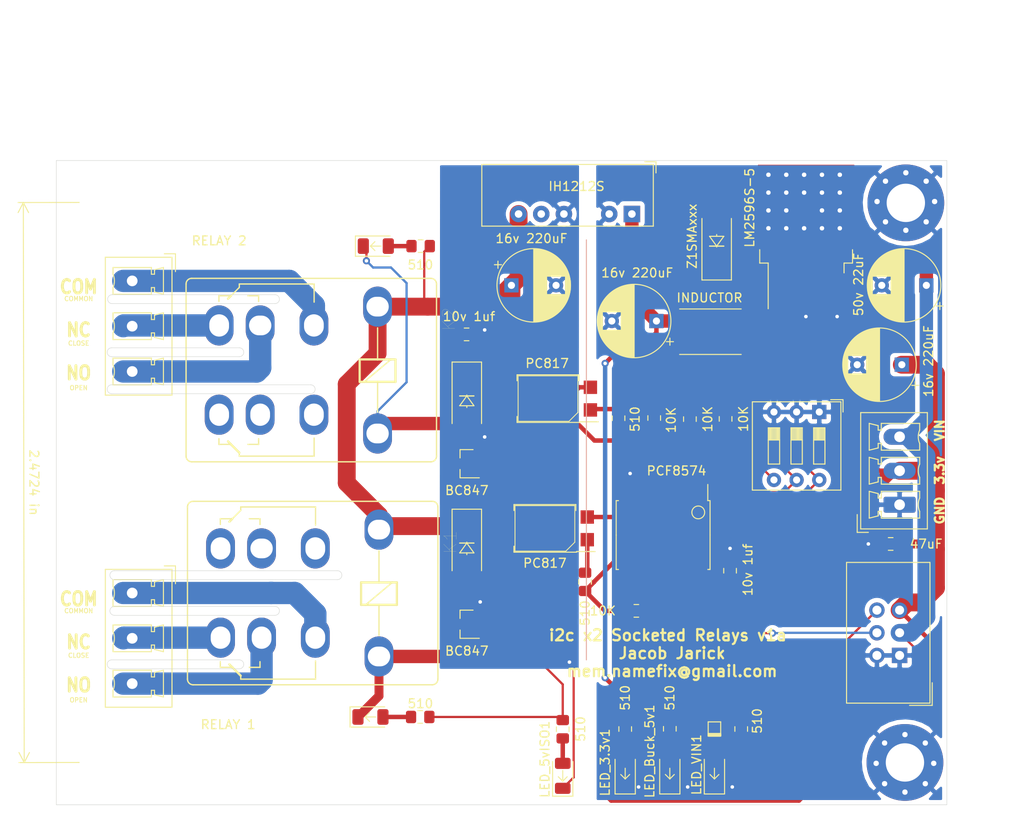
<source format=kicad_pcb>
(kicad_pcb (version 20171130) (host pcbnew "(5.1.4)-1")
  (layers (0 F.Cu signal) (31 B.Cu signal) (34 B.Paste user) (35 F.Paste user) (36 B.SilkS user) (37 F.SilkS user) (38 B.Mask user) (39 F.Mask user) (44 Edge.Cuts user))
  (net 0 "")
  (net 1 GND)
  (net 2 +VDC)
  (net 3 +5V)
  (net 4 +3V3)
  (net 5 GNDA)
  (net 6 +5VA)
  (net 7 "Net-(D1-Pad2)")
  (net 8 "Net-(D1-Pad1)")
  (net 9 "Net-(D2-Pad2)")
  (net 10 "Net-(D2-Pad1)")
  (net 11 "Net-(D5-Pad2)")
  (net 12 "Net-(D5-Pad1)")
  (net 13 "Net-(D6-Pad1)")
  (net 14 sda)
  (net 15 scl)
  (net 16 "Net-(LED_3.3v1-Pad2)")
  (net 17 "Net-(LED_5vISO1-Pad2)")
  (net 18 "Net-(LED_Buck_5v1-Pad2)")
  (net 19 "Net-(Q1-Pad1)")
  (net 20 "Net-(Q2-Pad1)")
  (net 21 "Net-(R1-Pad1)")
  (net 22 "Net-(R2-Pad1)")
  (net 23 "Net-(R9-Pad2)")
  (net 24 "Net-(R10-Pad2)")
  (net 25 "Net-(R11-Pad2)")
  (net 26 "Net-(R12-Pad1)")
  (net 27 p0)
  (net 28 p1)
  (net 29 "Net-(PS1-Pad5)")
  (net 30 "Net-(U4-Pad6)")
  (net 31 "Net-(U4-Pad7)")
  (net 32 "Net-(U4-Pad9)")
  (net 33 "Net-(U4-Pad10)")
  (net 34 "Net-(U4-Pad11)")
  (net 35 "Net-(U4-Pad12)")
  (net 36 com1)
  (net 37 NC1)
  (net 38 NO1)
  (net 39 NC2)
  (net 40 COM2)
  (net 41 NO2)
  (module MountingHole:MountingHole_4.3mm_M4 (layer F.Cu) (at 20 65.5)
    (fp_text reference H7 hide)
    (fp_text value MountingHole)
    (pad 1 np_thru_hole circle (at 0 0) (size 4.3 4.3) (drill 4.3) (layers *.Cu *.Mask))
  )
  (module MountingHole:MountingHole_4.3mm_M4 (layer F.Cu) (at 20 2.75)
    (fp_text reference H6 hide)
    (fp_text value MountingHole)
    (pad 1 np_thru_hole circle (at 0 0) (size 4.3 4.3) (drill 4.3) (layers *.Cu *.Mask))
  )
  (module MountingHole:MountingHole_4.3mm_M4 (layer F.Cu) (at -3.25 34)
    (fp_text reference H5 hide)
    (fp_text value MountingHole)
    (pad 1 np_thru_hole circle (at 0 0) (size 4.3 4.3) (drill 4.3) (layers *.Cu *.Mask))
  )
  (module MountingHole:MountingHole_4.3mm_M4 (layer F.Cu) (at -3.25 2.75)
    (fp_text reference H4 hide)
    (fp_text value MountingHole)
    (pad 1 np_thru_hole circle (at 0 0) (size 4.3 4.3) (drill 4.3) (layers *.Cu *.Mask))
  )
  (module MountingHole:MountingHole_4.3mm_M4_Pad_Via (layer F.Cu) (at 87.1 65.6)
    (fp_text reference H3 hide)
    (fp_text value MountingHole_Pad)
    (pad 1 thru_hole circle (at 2.280419 -2.280419) (size 0.9 0.9) (drill 0.6) (layers *.Cu *.Mask) (net 1 GND))
    (pad 1 thru_hole circle (at 0 -3.225) (size 0.9 0.9) (drill 0.6) (layers *.Cu *.Mask) (net 1 GND))
    (pad 1 thru_hole circle (at -2.280419 -2.280419) (size 0.9 0.9) (drill 0.6) (layers *.Cu *.Mask) (net 1 GND))
    (pad 1 thru_hole circle (at -3.225 0) (size 0.9 0.9) (drill 0.6) (layers *.Cu *.Mask) (net 1 GND))
    (pad 1 thru_hole circle (at -2.280419 2.280419) (size 0.9 0.9) (drill 0.6) (layers *.Cu *.Mask) (net 1 GND))
    (pad 1 thru_hole circle (at 0 3.225) (size 0.9 0.9) (drill 0.6) (layers *.Cu *.Mask) (net 1 GND))
    (pad 1 thru_hole circle (at 2.280419 2.280419) (size 0.9 0.9) (drill 0.6) (layers *.Cu *.Mask) (net 1 GND))
    (pad 1 thru_hole circle (at 3.225 0) (size 0.9 0.9) (drill 0.6) (layers *.Cu *.Mask) (net 1 GND))
    (pad 1 thru_hole circle (at 0 -0.1) (size 8.6 8.6) (drill 4.3) (layers *.Cu *.Mask) (net 1 GND))
  )
  (module MountingHole:MountingHole_4.3mm_M4 (layer F.Cu) (at -3.25 65.5)
    (fp_text reference H2 hide)
    (fp_text value MountingHole)
    (pad "" np_thru_hole circle (at 0 0) (size 4.3 4.3) (drill 4.3) (layers *.Cu *.Mask))
  )
  (module Capacitor_THT:CP_Radial_D8.0mm_P5.00mm (layer F.Cu) (at 86.75 20.9 180)
    (fp_text reference C6 hide)
    (fp_text value "16v 220uF" (at -3 0.4 90) (layer F.SilkS))
    (pad 2 thru_hole circle (at 5 0 180) (size 1.6 1.6) (drill 0.8) (layers *.Cu *.Mask) (net 1 GND))
    (pad 1 thru_hole rect (at 0 0 180) (size 1.6 1.6) (drill 0.8) (layers *.Cu *.Mask) (net 4 +3V3))
  )
  (module LY20:LY20 (layer F.Cu) (at 28.1572 46.5038 270)
    (fp_text reference K1 (at -5.715 -8.001 270) (layer F.SilkS) (effects (font (size 1.4 1.4) (thickness 0.015))))
    (fp_text value LY20)
    (pad O2 thru_hole oval (at 5.0038 17.7546 270) (size 4.5 3.2258) (drill oval 2.5 2.2098) (layers *.Cu *.Mask) (net 37 NC1))
    (pad O1 thru_hole oval (at -5.0038 17.7546 270) (size 4.5 3.2258) (drill oval 2.5 2.2098) (layers *.Cu *.Mask))
    (pad S2 thru_hole oval (at 5.0038 13.1572 270) (size 4.5 3.2258) (drill oval 2.5 2.2098) (layers *.Cu *.Mask) (net 38 NO1))
    (pad S1 thru_hole oval (at -5.0038 13.1572 270) (size 4.5 3.2258) (drill oval 2.2098 2.5) (layers *.Cu *.Mask))
    (pad P2 thru_hole oval (at 5.0038 7.1374 270) (size 4.5 3.2258) (drill oval 2.5 2.2098) (layers *.Cu *.Mask) (net 36 com1))
    (pad P1 thru_hole oval (at -5.0038 7.1374 270) (size 4.5 3.2258) (drill oval 2.5 2.2098) (layers *.Cu *.Mask))
    (pad 2 thru_hole oval (at 7.112 0 270) (size 4.5 3.2258) (drill oval 2.2098 2.5) (layers *.Cu *.Mask) (net 8 "Net-(D1-Pad1)"))
    (pad 1 thru_hole oval (at -7.112 0 270) (size 4.5 3.2258) (drill oval 2.2098 2.5) (layers *.Cu *.Mask) (net 6 +5VA))
  )
  (module Connector_Phoenix_MC:PhoenixContact_MCV_1,5_3-G-3.81_1x03_P3.81mm_Vertical (layer F.Cu) (at 86.5 36.6 90)
    (fp_text reference J4 hide)
    (fp_text value Screw_Terminal_01x03)
    (pad 3 thru_hole oval (at 7.62 0 90) (size 1.8 3.6) (drill 1.2) (layers *.Cu *.Mask) (net 2 +VDC))
    (pad 2 thru_hole oval (at 3.81 0 90) (size 1.8 3.6) (drill 1.2) (layers *.Cu *.Mask) (net 4 +3V3))
    (pad 1 thru_hole roundrect (at 0 0 90) (size 1.8 3.6) (drill 1.2) (layers *.Cu *.Mask) (roundrect_rratio 0.138889) (net 1 GND))
  )
  (module Connector_Phoenix_MC_HighVoltage:PhoenixContact_MCV_1,5_3-G-5.08_1x03_P5.08mm_Vertical (layer F.Cu) (at 0.5 11.5 270)
    (fp_text reference J3 hide)
    (fp_text value Screw_Terminal_01x03)
    (pad 3 thru_hole oval (at 10.16 0 270) (size 1.8 3.6) (drill 1.2) (layers *.Cu *.Mask) (net 41 NO2))
    (pad 2 thru_hole oval (at 5.08 0 270) (size 1.8 3.6) (drill 1.2) (layers *.Cu *.Mask) (net 39 NC2))
    (pad 1 thru_hole roundrect (at 0 0 270) (size 1.8 3.6) (drill 1.2) (layers *.Cu *.Mask) (roundrect_rratio 0.138889) (net 40 COM2))
  )
  (module Connector_Phoenix_MC_HighVoltage:PhoenixContact_MCV_1,5_3-G-5.08_1x03_P5.08mm_Vertical (layer F.Cu) (at 0.5 46.5 270)
    (fp_text reference J2 hide)
    (fp_text value Screw_Terminal_01x03)
    (pad 3 thru_hole oval (at 10.16 0 270) (size 1.8 3.6) (drill 1.2) (layers *.Cu *.Mask) (net 38 NO1))
    (pad 2 thru_hole oval (at 5.08 0 270) (size 1.8 3.6) (drill 1.2) (layers *.Cu *.Mask) (net 37 NC1))
    (pad 1 thru_hole roundrect (at 0 0 270) (size 1.8 3.6) (drill 1.2) (layers *.Cu *.Mask) (roundrect_rratio 0.138889) (net 36 com1))
  )
  (module mylibs:PC817 (layer F.Cu) (at 47.1 24.7 180)
    (fp_text reference U2 hide)
    (fp_text value PC817 (at 0.1 3.95 180) (layer F.SilkS))
    (pad 4 smd rect (at 4.75 -1.27 180) (size 1.5 1.5) (layers F.Cu F.Paste F.Mask) (net 6 +5VA))
    (pad 3 smd rect (at 4.75 1.27 180) (size 1.5 1.5) (layers F.Cu F.Paste F.Mask) (net 20 "Net-(Q2-Pad1)"))
    (pad 2 smd rect (at -4.75 1.27 180) (size 1.5 1.5) (layers F.Cu F.Paste F.Mask) (net 28 p1))
    (pad 1 smd rect (at -4.75 -1.27 180) (size 1.5 1.5) (layers F.Cu F.Paste F.Mask) (net 22 "Net-(R2-Pad1)"))
  )
  (module mylibs:PC817 (layer F.Cu) (at 46.75 39.25 180)
    (fp_text reference U1 hide)
    (fp_text value PC817 (at 0 -3.9 180) (layer F.SilkS))
    (pad 4 smd rect (at 4.75 -1.27 180) (size 1.5 1.5) (layers F.Cu F.Paste F.Mask) (net 6 +5VA))
    (pad 3 smd rect (at 4.75 1.27 180) (size 1.5 1.5) (layers F.Cu F.Paste F.Mask) (net 19 "Net-(Q1-Pad1)"))
    (pad 2 smd rect (at -4.75 1.27 180) (size 1.5 1.5) (layers F.Cu F.Paste F.Mask) (net 27 p0))
    (pad 1 smd rect (at -4.75 -1.27 180) (size 1.5 1.5) (layers F.Cu F.Paste F.Mask) (net 21 "Net-(R1-Pad1)"))
  )
  (module mylibs:LED_1206_3216Metric-witharrow (layer F.Cu) (at 65.75 66.75 90)
    (fp_text reference LED_VIN1 (at 1 -2 90) (layer F.SilkS))
    (fp_text value RED hide)
    (pad 1 smd roundrect (at -1.4 0 90) (size 1.25 1.75) (layers F.Cu F.Paste F.Mask) (roundrect_rratio 0.2) (net 1 GND))
    (pad 2 smd roundrect (at 1.4 0 90) (size 1.25 1.75) (layers F.Cu F.Paste F.Mask) (roundrect_rratio 0.2) (net 11 "Net-(D5-Pad2)"))
  )
  (module mylibs:LED_1206_3216Metric-witharrow (layer F.Cu) (at 48.75 67 90)
    (fp_text reference LED_5vISO1 (at 1.85 -2 90) (layer F.SilkS))
    (fp_text value RED hide)
    (pad 1 smd roundrect (at -1.4 0 90) (size 1.25 1.75) (layers F.Cu F.Paste F.Mask) (roundrect_rratio 0.2) (net 5 GNDA))
    (pad 2 smd roundrect (at 1.4 0 90) (size 1.25 1.75) (layers F.Cu F.Paste F.Mask) (roundrect_rratio 0.2) (net 17 "Net-(LED_5vISO1-Pad2)"))
  )
  (module mylibs:D_SOD-323F-witharrow (layer F.Cu) (at 65.75 61.75 90)
    (fp_text reference D5 hide)
    (fp_text value D_Zener hide)
    (pad 1 smd rect (at -1.1 0 90) (size 0.5 0.5) (layers F.Cu F.Paste F.Mask) (net 12 "Net-(D5-Pad1)"))
    (pad 2 smd rect (at 1.1 0 90) (size 0.5 0.5) (layers F.Cu F.Paste F.Mask) (net 11 "Net-(D5-Pad2)"))
  )
  (module mylibs:LED_1206_3216Metric-witharrow (layer F.Cu) (at 27.8 7.6)
    (fp_text reference D2 hide)
    (fp_text value LED hide)
    (pad 1 smd roundrect (at -1.4 0) (size 1.25 1.75) (layers F.Cu F.Paste F.Mask) (roundrect_rratio 0.2) (net 10 "Net-(D2-Pad1)"))
    (pad 2 smd roundrect (at 1.4 0) (size 1.25 1.75) (layers F.Cu F.Paste F.Mask) (roundrect_rratio 0.2) (net 9 "Net-(D2-Pad2)"))
  )
  (module mylibs:LED_1206_3216Metric-witharrow (layer F.Cu) (at 27.2 60.4)
    (fp_text reference D1 hide)
    (fp_text value LED hide)
    (pad 1 smd roundrect (at -1.4 0) (size 1.25 1.75) (layers F.Cu F.Paste F.Mask) (roundrect_rratio 0.2) (net 8 "Net-(D1-Pad1)"))
    (pad 2 smd roundrect (at 1.4 0) (size 1.25 1.75) (layers F.Cu F.Paste F.Mask) (roundrect_rratio 0.2) (net 7 "Net-(D1-Pad2)"))
  )
  (module mylibs:LED_1206_3216Metric-witharrow (layer F.Cu) (at 60.75 66.75 90)
    (fp_text reference LED_Buck_5v1 (at 2.5 -2.25 90) (layer F.SilkS))
    (fp_text value RED hide)
    (pad 1 smd roundrect (at -1.4 0 90) (size 1.25 1.75) (layers F.Cu F.Paste F.Mask) (roundrect_rratio 0.2) (net 1 GND))
    (pad 2 smd roundrect (at 1.4 0 90) (size 1.25 1.75) (layers F.Cu F.Paste F.Mask) (roundrect_rratio 0.2) (net 18 "Net-(LED_Buck_5v1-Pad2)"))
  )
  (module mylibs:LED_1206_3216Metric-witharrow (layer F.Cu) (at 55.75 66.75 90)
    (fp_text reference LED_3.3v1 (at 1.25 -2.25 90) (layer F.SilkS))
    (fp_text value RED hide)
    (pad 1 smd roundrect (at -1.4 0 90) (size 1.25 1.75) (layers F.Cu F.Paste F.Mask) (roundrect_rratio 0.2) (net 1 GND))
    (pad 2 smd roundrect (at 1.4 0 90) (size 1.25 1.75) (layers F.Cu F.Paste F.Mask) (roundrect_rratio 0.2) (net 16 "Net-(LED_3.3v1-Pad2)"))
  )
  (module Diode_SMD:D_SMA_Handsoldering (layer F.Cu) (at 66 7 90)
    (fp_text reference D6 hide)
    (fp_text value Z1SMAxxx (at 0.5 -2.75 90) (layer F.SilkS))
    (pad 1 smd rect (at -2.5 0 90) (size 3.5 1.8) (layers F.Cu F.Paste F.Mask) (net 13 "Net-(D6-Pad1)"))
    (pad 2 smd rect (at 2.5 0 90) (size 3.5 1.8) (layers F.Cu F.Paste F.Mask) (net 1 GND))
  )
  (module LY20:LY20 (layer F.Cu) (at 28 21.5 270)
    (fp_text reference K2 (at -5.715 -8.001 90) (layer F.SilkS) (effects (font (size 1.4 1.4) (thickness 0.015))))
    (fp_text value LY20)
    (pad O2 thru_hole oval (at 5.0038 17.7546 270) (size 4.5 3.2258) (drill oval 2.5 2.2098) (layers *.Cu *.Mask))
    (pad O1 thru_hole oval (at -5.0038 17.7546 270) (size 4.5 3.2258) (drill oval 2.5 2.2098) (layers *.Cu *.Mask) (net 39 NC2))
    (pad S2 thru_hole oval (at 5.0038 13.1572 270) (size 4.5 3.2258) (drill oval 2.5 2.2098) (layers *.Cu *.Mask))
    (pad S1 thru_hole oval (at -5.0038 13.1572 270) (size 4.5 3.2258) (drill oval 2.2098 2.5) (layers *.Cu *.Mask) (net 41 NO2))
    (pad P2 thru_hole oval (at 5.0038 7.1374 270) (size 4.5 3.2258) (drill oval 2.5 2.2098) (layers *.Cu *.Mask))
    (pad P1 thru_hole oval (at -5.0038 7.1374 270) (size 4.5 3.2258) (drill oval 2.5 2.2098) (layers *.Cu *.Mask) (net 40 COM2))
    (pad 2 thru_hole oval (at 7.112 0 270) (size 4.5 3.2258) (drill oval 2.2098 2.5) (layers *.Cu *.Mask) (net 10 "Net-(D2-Pad1)"))
    (pad 1 thru_hole oval (at -7.112 0 270) (size 4.5 3.2258) (drill oval 2.2098 2.5) (layers *.Cu *.Mask) (net 6 +5VA))
  )
  (module Resistor_SMD:R_0805_2012Metric_Pad1.15x1.40mm_HandSolder (layer F.Cu) (at 32.825 7.6 180)
    (fp_text reference R4 hide)
    (fp_text value 510 (at 0.025 -2.1) (layer F.SilkS))
    (pad 2 smd roundrect (at 1.025 0 180) (size 1.15 1.4) (layers F.Cu F.Paste F.Mask) (roundrect_rratio 0.217391) (net 9 "Net-(D2-Pad2)"))
    (pad 1 smd roundrect (at -1.025 0 180) (size 1.15 1.4) (layers F.Cu F.Paste F.Mask) (roundrect_rratio 0.217391) (net 6 +5VA))
  )
  (module Converter_DCDC:Converter_DCDC_XP_POWER-IHxxxxS_THT (layer F.Cu) (at 56.5 4 270)
    (fp_text reference PS1 hide)
    (fp_text value IH1212S (at -3.1 6.2 180) (layer F.SilkS))
    (pad 6 thru_hole circle (at 0 12.7 270) (size 1.85 1.85) (drill 0.85) (layers *.Cu *.Mask) (net 6 +5VA))
    (pad 5 thru_hole circle (at 0 10.16 270) (size 1.85 1.85) (drill 0.85) (layers *.Cu *.Mask) (net 29 "Net-(PS1-Pad5)"))
    (pad 4 thru_hole circle (at 0 7.62 270) (size 1.85 1.85) (drill 0.85) (layers *.Cu *.Mask) (net 5 GNDA))
    (pad 2 thru_hole circle (at 0 2.54 270) (size 1.85 1.85) (drill 0.85) (layers *.Cu *.Mask) (net 1 GND))
    (pad 1 thru_hole rect (at 0 0 270) (size 1.85 1.85) (drill 0.85) (layers *.Cu *.Mask) (net 3 +5V))
  )
  (module Capacitor_SMD:C_0805_2012Metric_Pad1.15x1.40mm_HandSolder (layer F.Cu) (at 67.5 44 90)
    (fp_text reference C7 hide)
    (fp_text value "10v 1uf" (at 0.1 2 90) (layer F.SilkS))
    (pad 2 smd roundrect (at 1.025 0 90) (size 1.15 1.4) (layers F.Cu F.Paste F.Mask) (roundrect_rratio 0.217391) (net 1 GND))
    (pad 1 smd roundrect (at -1.025 0 90) (size 1.15 1.4) (layers F.Cu F.Paste F.Mask) (roundrect_rratio 0.217391) (net 4 +3V3))
  )
  (module Package_TO_SOT_SMD:SOT-23 (layer F.Cu) (at 38 32 180)
    (fp_text reference Q2 hide)
    (fp_text value BC847 (at 0 -3) (layer F.SilkS))
    (pad 3 smd rect (at 1 0 180) (size 0.9 0.8) (layers F.Cu F.Paste F.Mask) (net 10 "Net-(D2-Pad1)"))
    (pad 2 smd rect (at -1 0.95 180) (size 0.9 0.8) (layers F.Cu F.Paste F.Mask) (net 5 GNDA))
    (pad 1 smd rect (at -1 -0.95 180) (size 0.9 0.8) (layers F.Cu F.Paste F.Mask) (net 20 "Net-(Q2-Pad1)"))
  )
  (module Package_TO_SOT_SMD:SOT-23 (layer F.Cu) (at 38 50 180)
    (fp_text reference Q1 hide)
    (fp_text value BC847 (at 0 -3) (layer F.SilkS))
    (pad 3 smd rect (at 1 0 180) (size 0.9 0.8) (layers F.Cu F.Paste F.Mask) (net 8 "Net-(D1-Pad1)"))
    (pad 2 smd rect (at -1 0.95 180) (size 0.9 0.8) (layers F.Cu F.Paste F.Mask) (net 5 GNDA))
    (pad 1 smd rect (at -1 -0.95 180) (size 0.9 0.8) (layers F.Cu F.Paste F.Mask) (net 19 "Net-(Q1-Pad1)"))
  )
  (module Package_SO:SOIC-16W_7.5x10.3mm_P1.27mm (layer F.Cu) (at 60 40 270)
    (fp_text reference U4 hide)
    (fp_text value PCF8574 (at -7.2 -1.5) (layer F.SilkS))
    (pad 1 smd roundrect (at -4.65 -4.445 270) (size 2.05 0.6) (layers F.Cu F.Paste F.Mask) (net 23 "Net-(R9-Pad2)"))
    (pad 2 smd roundrect (at -4.65 -3.175 270) (size 2.05 0.6) (layers F.Cu F.Paste F.Mask) (net 24 "Net-(R10-Pad2)"))
    (pad 3 smd roundrect (at -4.65 -1.905 270) (size 2.05 0.6) (layers F.Cu F.Paste F.Mask) (net 25 "Net-(R11-Pad2)"))
    (pad 4 smd roundrect (at -4.65 -0.635 270) (size 2.05 0.6) (layers F.Cu F.Paste F.Mask) (net 27 p0))
    (pad 5 smd roundrect (at -4.65 0.635 270) (size 2.05 0.6) (layers F.Cu F.Paste F.Mask) (net 28 p1))
    (pad 6 smd roundrect (at -4.65 1.905 270) (size 2.05 0.6) (layers F.Cu F.Paste F.Mask) (net 30 "Net-(U4-Pad6)"))
    (pad 7 smd roundrect (at -4.65 3.175 270) (size 2.05 0.6) (layers F.Cu F.Paste F.Mask) (net 31 "Net-(U4-Pad7)"))
    (pad 8 smd roundrect (at -4.65 4.445 270) (size 2.05 0.6) (layers F.Cu F.Paste F.Mask) (net 1 GND))
    (pad 9 smd roundrect (at 4.65 4.445 270) (size 2.05 0.6) (layers F.Cu F.Paste F.Mask) (net 32 "Net-(U4-Pad9)"))
    (pad 10 smd roundrect (at 4.65 3.175 270) (size 2.05 0.6) (layers F.Cu F.Paste F.Mask) (net 33 "Net-(U4-Pad10)"))
    (pad 11 smd roundrect (at 4.65 1.905 270) (size 2.05 0.6) (layers F.Cu F.Paste F.Mask) (net 34 "Net-(U4-Pad11)"))
    (pad 12 smd roundrect (at 4.65 0.635 270) (size 2.05 0.6) (layers F.Cu F.Paste F.Mask) (net 35 "Net-(U4-Pad12)"))
    (pad 13 smd roundrect (at 4.65 -0.635 270) (size 2.05 0.6) (layers F.Cu F.Paste F.Mask) (net 26 "Net-(R12-Pad1)"))
    (pad 14 smd roundrect (at 4.65 -1.905 270) (size 2.05 0.6) (layers F.Cu F.Paste F.Mask) (net 15 scl))
    (pad 15 smd roundrect (at 4.65 -3.175 270) (size 2.05 0.6) (layers F.Cu F.Paste F.Mask) (net 14 sda))
    (pad 16 smd roundrect (at 4.65 -4.445 270) (size 2.05 0.6) (layers F.Cu F.Paste F.Mask) (net 4 +3V3))
  )
  (module Package_TO_SOT_SMD:TO-263-5_TabPin3 (layer F.Cu) (at 76.025 6.55 90)
    (fp_text reference U3 hide)
    (fp_text value LM2596S-5 (at 3.25 -6.325 270) (layer F.SilkS))
    (pad 3 smd rect (at 3.375 0 90) (size 9.4 10.8) (layers F.Cu F.Mask) (net 1 GND))
    (pad 5 smd rect (at -5.775 3.4 90) (size 4.6 1.1) (layers F.Cu F.Paste F.Mask) (net 1 GND))
    (pad 4 smd rect (at -5.775 1.7 90) (size 4.6 1.1) (layers F.Cu F.Paste F.Mask) (net 3 +5V))
    (pad 3 smd rect (at -5.775 0 90) (size 4.6 1.1) (layers F.Cu F.Paste F.Mask) (net 1 GND))
    (pad 2 smd rect (at -5.775 -1.7 90) (size 4.6 1.1) (layers F.Cu F.Paste F.Mask) (net 13 "Net-(D6-Pad1)"))
    (pad 1 smd rect (at -5.775 -3.4 90) (size 4.6 1.1) (layers F.Cu F.Paste F.Mask) (net 2 +VDC))
  )
  (module Button_Switch_THT:SW_DIP_SPSTx03_Slide_9.78x9.8mm_W7.62mm_P2.54mm (layer F.Cu) (at 77.5 26.2 270)
    (fp_text reference SW1 hide)
    (fp_text value SW_DIP_x03 hide)
    (pad 6 thru_hole oval (at 7.62 0 270) (size 1.6 1.6) (drill 0.8) (layers *.Cu *.Mask) (net 23 "Net-(R9-Pad2)"))
    (pad 3 thru_hole oval (at 0 5.08 270) (size 1.6 1.6) (drill 0.8) (layers *.Cu *.Mask) (net 1 GND))
    (pad 5 thru_hole oval (at 7.62 2.54 270) (size 1.6 1.6) (drill 0.8) (layers *.Cu *.Mask) (net 24 "Net-(R10-Pad2)"))
    (pad 2 thru_hole oval (at 0 2.54 270) (size 1.6 1.6) (drill 0.8) (layers *.Cu *.Mask) (net 1 GND))
    (pad 4 thru_hole oval (at 7.62 5.08 270) (size 1.6 1.6) (drill 0.8) (layers *.Cu *.Mask) (net 25 "Net-(R11-Pad2)"))
    (pad 1 thru_hole rect (at 0 0 270) (size 1.6 1.6) (drill 0.8) (layers *.Cu *.Mask) (net 1 GND))
  )
  (module Resistor_SMD:R_0805_2012Metric_Pad1.15x1.40mm_HandSolder (layer F.Cu) (at 57 48.5 180)
    (fp_text reference R12 hide)
    (fp_text value 10K (at 3.75 0) (layer F.SilkS))
    (pad 2 smd roundrect (at 1.025 0 180) (size 1.15 1.4) (layers F.Cu F.Paste F.Mask) (roundrect_rratio 0.217391) (net 4 +3V3))
    (pad 1 smd roundrect (at -1.025 0 180) (size 1.15 1.4) (layers F.Cu F.Paste F.Mask) (roundrect_rratio 0.217391) (net 26 "Net-(R12-Pad1)"))
  )
  (module Resistor_SMD:R_0805_2012Metric_Pad1.15x1.40mm_HandSolder (layer F.Cu) (at 59 26.875 270)
    (fp_text reference R11 hide)
    (fp_text value 10K (at 0.225 -1.9 90) (layer F.SilkS))
    (pad 2 smd roundrect (at 1.025 0 270) (size 1.15 1.4) (layers F.Cu F.Paste F.Mask) (roundrect_rratio 0.217391) (net 25 "Net-(R11-Pad2)"))
    (pad 1 smd roundrect (at -1.025 0 270) (size 1.15 1.4) (layers F.Cu F.Paste F.Mask) (roundrect_rratio 0.217391) (net 4 +3V3))
  )
  (module Resistor_SMD:R_0805_2012Metric_Pad1.15x1.40mm_HandSolder (layer F.Cu) (at 63 27 270)
    (fp_text reference R10 hide)
    (fp_text value 10K (at 0 -2 270) (layer F.SilkS))
    (pad 2 smd roundrect (at 1.025 0 270) (size 1.15 1.4) (layers F.Cu F.Paste F.Mask) (roundrect_rratio 0.217391) (net 24 "Net-(R10-Pad2)"))
    (pad 1 smd roundrect (at -1.025 0 270) (size 1.15 1.4) (layers F.Cu F.Paste F.Mask) (roundrect_rratio 0.217391) (net 4 +3V3))
  )
  (module Resistor_SMD:R_0805_2012Metric_Pad1.15x1.40mm_HandSolder (layer F.Cu) (at 67 26.975 270)
    (fp_text reference R9 hide)
    (fp_text value 10K (at 0 -2 90) (layer F.SilkS))
    (pad 2 smd roundrect (at 1.025 0 270) (size 1.15 1.4) (layers F.Cu F.Paste F.Mask) (roundrect_rratio 0.217391) (net 23 "Net-(R9-Pad2)"))
    (pad 1 smd roundrect (at -1.025 0 270) (size 1.15 1.4) (layers F.Cu F.Paste F.Mask) (roundrect_rratio 0.217391) (net 4 +3V3))
  )
  (module Resistor_SMD:R_0805_2012Metric_Pad1.15x1.40mm_HandSolder (layer F.Cu) (at 48.75 61.775 270)
    (fp_text reference R8 hide)
    (fp_text value 510 (at -0.025 -2 90) (layer F.SilkS))
    (pad 2 smd roundrect (at 1.025 0 270) (size 1.15 1.4) (layers F.Cu F.Paste F.Mask) (roundrect_rratio 0.217391) (net 17 "Net-(LED_5vISO1-Pad2)"))
    (pad 1 smd roundrect (at -1.025 0 270) (size 1.15 1.4) (layers F.Cu F.Paste F.Mask) (roundrect_rratio 0.217391) (net 6 +5VA))
  )
  (module Resistor_SMD:R_0805_2012Metric_Pad1.15x1.40mm_HandSolder (layer F.Cu) (at 60.75 61.725 270)
    (fp_text reference R7 hide)
    (fp_text value 510 (at -3.475 0 270) (layer F.SilkS))
    (pad 2 smd roundrect (at 1.025 0 270) (size 1.15 1.4) (layers F.Cu F.Paste F.Mask) (roundrect_rratio 0.217391) (net 18 "Net-(LED_Buck_5v1-Pad2)"))
    (pad 1 smd roundrect (at -1.025 0 270) (size 1.15 1.4) (layers F.Cu F.Paste F.Mask) (roundrect_rratio 0.217391) (net 3 +5V))
  )
  (module Resistor_SMD:R_0805_2012Metric_Pad1.15x1.40mm_HandSolder (layer F.Cu) (at 55.75 61.75 270)
    (fp_text reference R6 hide)
    (fp_text value 510 (at -3.5 0 90) (layer F.SilkS))
    (pad 2 smd roundrect (at 1.025 0 270) (size 1.15 1.4) (layers F.Cu F.Paste F.Mask) (roundrect_rratio 0.217391) (net 16 "Net-(LED_3.3v1-Pad2)"))
    (pad 1 smd roundrect (at -1.025 0 270) (size 1.15 1.4) (layers F.Cu F.Paste F.Mask) (roundrect_rratio 0.217391) (net 4 +3V3))
  )
  (module Resistor_SMD:R_0805_2012Metric_Pad1.15x1.40mm_HandSolder (layer F.Cu) (at 68.75 61.75 90)
    (fp_text reference R5 hide)
    (fp_text value 510 (at 0.9 1.8 90) (layer F.SilkS))
    (pad 2 smd roundrect (at 1.025 0 90) (size 1.15 1.4) (layers F.Cu F.Paste F.Mask) (roundrect_rratio 0.217391) (net 12 "Net-(D5-Pad1)"))
    (pad 1 smd roundrect (at -1.025 0 90) (size 1.15 1.4) (layers F.Cu F.Paste F.Mask) (roundrect_rratio 0.217391) (net 2 +VDC))
  )
  (module Resistor_SMD:R_0805_2012Metric_Pad1.15x1.40mm_HandSolder (layer F.Cu) (at 32.775 60.4 180)
    (fp_text reference R3 hide)
    (fp_text value 510 (at -0.025 1.5) (layer F.SilkS))
    (pad 2 smd roundrect (at 1.025 0 180) (size 1.15 1.4) (layers F.Cu F.Paste F.Mask) (roundrect_rratio 0.217391) (net 7 "Net-(D1-Pad2)"))
    (pad 1 smd roundrect (at -1.025 0 180) (size 1.15 1.4) (layers F.Cu F.Paste F.Mask) (roundrect_rratio 0.217391) (net 6 +5VA))
  )
  (module Resistor_SMD:R_0805_2012Metric_Pad1.15x1.40mm_HandSolder (layer F.Cu) (at 55 26.9 270)
    (fp_text reference R2 hide)
    (fp_text value 510 (at 0.1 -1.85 90) (layer F.SilkS))
    (pad 2 smd roundrect (at 1.025 0 270) (size 1.15 1.4) (layers F.Cu F.Paste F.Mask) (roundrect_rratio 0.217391) (net 4 +3V3))
    (pad 1 smd roundrect (at -1.025 0 270) (size 1.15 1.4) (layers F.Cu F.Paste F.Mask) (roundrect_rratio 0.217391) (net 22 "Net-(R2-Pad1)"))
  )
  (module Resistor_SMD:R_0805_2012Metric_Pad1.15x1.40mm_HandSolder (layer F.Cu) (at 51.25 45.25 270)
    (fp_text reference R1 hide)
    (fp_text value 510 (at 3.5 0 90) (layer F.SilkS))
    (pad 2 smd roundrect (at 1.025 0 270) (size 1.15 1.4) (layers F.Cu F.Paste F.Mask) (roundrect_rratio 0.217391) (net 4 +3V3))
    (pad 1 smd roundrect (at -1.025 0 270) (size 1.15 1.4) (layers F.Cu F.Paste F.Mask) (roundrect_rratio 0.217391) (net 21 "Net-(R1-Pad1)"))
  )
  (module Inductor_SMD:L_Taiyo-Yuden_NR-50xx_HandSoldering (layer F.Cu) (at 65.3 17.2 180)
    (fp_text reference L1 hide)
    (fp_text value INDUCTOR (at 0.1 3.8) (layer F.SilkS))
    (pad 2 smd rect (at 2.25 0 180) (size 2.4 4.2) (layers F.Cu F.Paste F.Mask) (net 3 +5V))
    (pad 1 smd rect (at -2.25 0 180) (size 2.4 4.2) (layers F.Cu F.Paste F.Mask) (net 13 "Net-(D6-Pad1)"))
  )
  (module Connector_IDC:IDC-Header_2x03_P2.54mm_Vertical (layer F.Cu) (at 86.5 53.5 180)
    (fp_text reference J1 hide)
    (fp_text value Conn_02x03_Odd_Even hide)
    (pad 6 thru_hole oval (at 2.54 5.08 180) (size 1.7272 1.7272) (drill 1.016) (layers *.Cu *.Mask) (net 15 scl))
    (pad 5 thru_hole oval (at 0 5.08 180) (size 1.7272 1.7272) (drill 1.016) (layers *.Cu *.Mask) (net 4 +3V3))
    (pad 4 thru_hole oval (at 2.54 2.54 180) (size 1.7272 1.7272) (drill 1.016) (layers *.Cu *.Mask) (net 14 sda))
    (pad 3 thru_hole oval (at 0 2.54 180) (size 1.7272 1.7272) (drill 1.016) (layers *.Cu *.Mask) (net 2 +VDC))
    (pad 2 thru_hole oval (at 2.54 0 180) (size 1.7272 1.7272) (drill 1.016) (layers *.Cu *.Mask) (net 1 GND))
    (pad 1 thru_hole rect (at 0 0 180) (size 1.7272 1.7272) (drill 1.016) (layers *.Cu *.Mask) (net 1 GND))
  )
  (module MountingHole:MountingHole_4.3mm_M4_Pad_Via (layer F.Cu) (at 87.2 2.6)
    (fp_text reference H1 hide)
    (fp_text value MountingHole_Pad hide)
    (pad 1 thru_hole circle (at 2.280419 -2.280419) (size 0.9 0.9) (drill 0.6) (layers *.Cu *.Mask) (net 1 GND))
    (pad 1 thru_hole circle (at 0 -3.225) (size 0.9 0.9) (drill 0.6) (layers *.Cu *.Mask) (net 1 GND))
    (pad 1 thru_hole circle (at -2.280419 -2.280419) (size 0.9 0.9) (drill 0.6) (layers *.Cu *.Mask) (net 1 GND))
    (pad 1 thru_hole circle (at -3.225 0) (size 0.9 0.9) (drill 0.6) (layers *.Cu *.Mask) (net 1 GND))
    (pad 1 thru_hole circle (at -2.280419 2.280419) (size 0.9 0.9) (drill 0.6) (layers *.Cu *.Mask) (net 1 GND))
    (pad 1 thru_hole circle (at 0 3.225) (size 0.9 0.9) (drill 0.6) (layers *.Cu *.Mask) (net 1 GND))
    (pad 1 thru_hole circle (at 2.280419 2.280419) (size 0.9 0.9) (drill 0.6) (layers *.Cu *.Mask) (net 1 GND))
    (pad 1 thru_hole circle (at 3.225 0) (size 0.9 0.9) (drill 0.6) (layers *.Cu *.Mask) (net 1 GND))
    (pad 1 thru_hole circle (at 0 0.15) (size 8.6 8.6) (drill 4.3) (layers *.Cu *.Mask) (net 1 GND))
  )
  (module Diode_SMD:D_SMA_Handsoldering (layer F.Cu) (at 38 25 270)
    (fp_text reference D4 hide)
    (fp_text value DIODE hide)
    (pad 1 smd rect (at -2.5 0 270) (size 3.5 1.8) (layers F.Cu F.Paste F.Mask) (net 6 +5VA))
    (pad 2 smd rect (at 2.5 0 270) (size 3.5 1.8) (layers F.Cu F.Paste F.Mask) (net 10 "Net-(D2-Pad1)"))
  )
  (module Diode_SMD:D_SMA_Handsoldering (layer F.Cu) (at 38 41.5 270)
    (fp_text reference D3 hide)
    (fp_text value DIODE hide)
    (pad 1 smd rect (at -2.5 0 270) (size 3.5 1.8) (layers F.Cu F.Paste F.Mask) (net 6 +5VA))
    (pad 2 smd rect (at 2.5 0 270) (size 3.5 1.8) (layers F.Cu F.Paste F.Mask) (net 8 "Net-(D1-Pad1)"))
  )
  (module Capacitor_SMD:C_0805_2012Metric_Pad1.15x1.40mm_HandSolder (layer F.Cu) (at 37.975 17.5)
    (fp_text reference C5 hide)
    (fp_text value "10v 1uf" (at 0.275 -2) (layer F.SilkS))
    (pad 2 smd roundrect (at 1.025 0) (size 1.15 1.4) (layers F.Cu F.Paste F.Mask) (roundrect_rratio 0.217391) (net 5 GNDA))
    (pad 1 smd roundrect (at -1.025 0) (size 1.15 1.4) (layers F.Cu F.Paste F.Mask) (roundrect_rratio 0.217391) (net 6 +5VA))
  )
  (module Capacitor_THT:CP_Radial_D8.0mm_P5.00mm (layer F.Cu) (at 43 12)
    (fp_text reference C4 hide)
    (fp_text value "16v 220uF" (at 2.25 -5.25 180) (layer F.SilkS))
    (pad 2 thru_hole circle (at 5 0) (size 1.6 1.6) (drill 0.8) (layers *.Cu *.Mask) (net 5 GNDA))
    (pad 1 thru_hole rect (at 0 0) (size 1.6 1.6) (drill 0.8) (layers *.Cu *.Mask) (net 6 +5VA))
  )
  (module Capacitor_SMD:C_0805_2012Metric_Pad1.15x1.40mm_HandSolder (layer F.Cu) (at 85.5 41 180)
    (fp_text reference C3 hide)
    (fp_text value 47uF (at -3.975 0) (layer F.SilkS))
    (pad 2 smd roundrect (at 1.025 0 180) (size 1.15 1.4) (layers F.Cu F.Paste F.Mask) (roundrect_rratio 0.217391) (net 1 GND))
    (pad 1 smd roundrect (at -1.025 0 180) (size 1.15 1.4) (layers F.Cu F.Paste F.Mask) (roundrect_rratio 0.217391) (net 4 +3V3))
  )
  (module Capacitor_THT:CP_Radial_D8.0mm_P5.00mm (layer F.Cu) (at 59.25 16 180)
    (fp_text reference C2 hide)
    (fp_text value "16v 220uF" (at 2.15 5.4) (layer F.SilkS))
    (pad 2 thru_hole circle (at 5 0 180) (size 1.6 1.6) (drill 0.8) (layers *.Cu *.Mask) (net 1 GND))
    (pad 1 thru_hole rect (at 0 0 180) (size 1.6 1.6) (drill 0.8) (layers *.Cu *.Mask) (net 3 +5V))
  )
  (module Capacitor_THT:CP_Radial_D8.0mm_P5.00mm (layer F.Cu) (at 89.5 12 180)
    (fp_text reference C1 hide)
    (fp_text value "50v 22uF" (at 7.6 0.1 90) (layer F.SilkS))
    (pad 2 thru_hole circle (at 5 0 180) (size 1.6 1.6) (drill 0.8) (layers *.Cu *.Mask) (net 1 GND))
    (pad 1 thru_hole rect (at 0 0 180) (size 1.6 1.6) (drill 0.8) (layers *.Cu *.Mask) (net 2 +VDC))
  )
  (dimension 62.80008 (width 0.12) (layer F.SilkS) (gr_text "62.800 mm" (at -12.919817 34.115398 -89.90876476) (layer F.SilkS) (effects (font (size 1 1) (thickness 0.15)))) (feature1 (pts (xy -3.3 2.7) (xy -12.286239 2.714309))) (feature2 (pts (xy -3.2 65.5) (xy -12.186239 65.514309))) (crossbar (pts (xy -11.599819 65.513376) (xy -11.699819 2.713376))) (arrow1a (pts (xy -11.699819 2.713376) (xy -11.111605 3.838945))) (arrow1b (pts (xy -11.699819 2.713376) (xy -12.284445 3.840812))) (arrow2a (pts (xy -11.599819 65.513376) (xy -11.015193 64.38594))) (arrow2b (pts (xy -11.599819 65.513376) (xy -12.188033 64.387807))))
  (gr_text "COM\n\nNC\n\nNO" (at -5.5 52) (layer F.SilkS) (effects (font (size 1.5 1.3) (thickness 0.325))))
  (gr_text CLOSE (at -5.5 53.5) (layer F.SilkS) (effects (font (size 0.5 0.5) (thickness 0.1))))
  (gr_text COMMON (at -5.5 48.5) (layer F.SilkS) (effects (font (size 0.5 0.5) (thickness 0.1))))
  (gr_text OPEN (at -5.5 58.5) (layer F.SilkS) (effects (font (size 0.5 0.5) (thickness 0.1))))
  (gr_line (start -1.8 24.15) (end 20.5 24.15) (layer Edge.Cuts) (width 0.05))
  (gr_arc (start -1.8 23.65) (end -1.8 23.15) (angle -180) (layer Edge.Cuts) (width 0.05))
  (gr_line (start 20.5 23.15) (end -1.8 23.15) (layer Edge.Cuts) (width 0.05))
  (gr_arc (start 20.5 23.65) (end 20.5 24.15) (angle -180) (layer Edge.Cuts) (width 0.05))
  (gr_line (start -1.8 20) (end 12.5 20) (layer Edge.Cuts) (width 0.05))
  (gr_arc (start -1.8 19.5) (end -1.8 19) (angle -180) (layer Edge.Cuts) (width 0.05))
  (gr_line (start 12.5 19) (end -1.8 19) (layer Edge.Cuts) (width 0.05))
  (gr_arc (start 12.5 19.5) (end 12.5 20) (angle -180) (layer Edge.Cuts) (width 0.05))
  (gr_line (start -1.5 45) (end 23.5 45) (layer Edge.Cuts) (width 0.05))
  (gr_arc (start -1.5 44.5) (end -1.5 44) (angle -180) (layer Edge.Cuts) (width 0.05))
  (gr_line (start 23.5 44) (end -1.5 44) (layer Edge.Cuts) (width 0.05))
  (gr_arc (start 23.5 44.5) (end 23.5 45) (angle -180) (layer Edge.Cuts) (width 0.05))
  (gr_line (start -1.8 55) (end 12.5 55) (layer Edge.Cuts) (width 0.05))
  (gr_arc (start -1.8 54.5) (end -1.8 54) (angle -180) (layer Edge.Cuts) (width 0.05))
  (gr_line (start 12.5 54) (end -1.8 54) (layer Edge.Cuts) (width 0.05))
  (gr_arc (start 12.5 54.5) (end 12.5 55) (angle -180) (layer Edge.Cuts) (width 0.05))
  (gr_line (start -1.5 49) (end 16.5 49) (layer Edge.Cuts) (width 0.05))
  (gr_arc (start -1.5 48.5) (end -1.5 48) (angle -180) (layer Edge.Cuts) (width 0.05))
  (gr_line (start 16.5 48) (end -1.5 48) (layer Edge.Cuts) (width 0.05))
  (gr_arc (start 16.5 48.5) (end 16.5 49) (angle -180) (layer Edge.Cuts) (width 0.05))
  (gr_line (start 16.5 13.05) (end -1.75 13.05) (layer Edge.Cuts) (width 0.05))
  (gr_arc (start -1.75 13.55) (end -1.75 13.05) (angle -180) (layer Edge.Cuts) (width 0.05))
  (gr_arc (start 16.5 13.55) (end 16.5 14.05) (angle -180) (layer Edge.Cuts) (width 0.05))
  (gr_line (start -1.75 14.05) (end 16.5 14.05) (layer Edge.Cuts) (width 0.05))
  (gr_text "i2c x2 Socketed Relays v1a \nJacob Jarick\nmem.namefix@gmail.com" (at 61 53.25) (layer F.SilkS) (effects (font (size 1.25 1.25) (thickness 0.25))))
  (gr_text VIN (at 91 28.25 90) (layer F.SilkS) (effects (font (size 1 1) (thickness 0.25))))
  (gr_text 3.3v (at 91 32.75 90) (layer F.SilkS) (effects (font (size 1 1) (thickness 0.25))))
  (gr_text GND (at 91 37.25 90) (layer F.SilkS) (effects (font (size 1 1) (thickness 0.25))))
  (gr_text "RELAY 2" (at 10.25 7) (layer F.SilkS) (effects (font (size 1 1))))
  (gr_text "RELAY 1" (at 11.25 61.25) (layer F.SilkS) (effects (font (size 1 1))))
  (gr_text OPEN (at -5.5 23.5) (layer F.SilkS) (effects (font (size 0.5 0.5) (thickness 0.1))))
  (gr_text COMMON (at -5.5 13.5) (layer F.SilkS) (effects (font (size 0.5 0.5) (thickness 0.1))))
  (gr_text CLOSE (at -5.5 18.5) (layer F.SilkS) (effects (font (size 0.5 0.5) (thickness 0.1))))
  (gr_text "COM\n\nNC\n\nNO" (at -5.5 17) (layer F.SilkS) (effects (font (size 1.5 1.3) (thickness 0.325))))
  (gr_line (start 91.8 -2) (end -8 -2) (layer Edge.Cuts) (width 0.05))
  (gr_line (start 91.8 70.25) (end 91.8 -2) (layer Edge.Cuts) (width 0.05))
  (gr_line (start -8 70.25) (end 91.8 70.25) (layer Edge.Cuts) (width 0.05))
  (gr_line (start -8 -2) (end -8 70.25) (layer Edge.Cuts) (width 0.05))
  (gr_line (start 51.4 6.9) (end 51.4 54) (layer B.SilkS) (width 0.12))
  (via (at 77.8 1.6) (size 1) (drill 0.5) (layers F.Cu B.Cu) (net 1))
  (via (at 77.8 3.6) (size 1) (drill 0.5) (layers F.Cu B.Cu) (net 1))
  (via (at 75.8 1.6) (size 1) (drill 0.5) (layers F.Cu B.Cu) (net 1))
  (via (at 73.8 1.6) (size 1) (drill 0.5) (layers F.Cu B.Cu) (net 1))
  (via (at 73.8 3.6) (size 1) (drill 0.5) (layers F.Cu B.Cu) (net 1))
  (via (at 71.8 5.6) (size 1) (drill 0.5) (layers F.Cu B.Cu) (net 1))
  (via (at 73.8 5.6) (size 1) (drill 0.5) (layers F.Cu B.Cu) (net 1))
  (via (at 75.8 5.6) (size 1) (drill 0.5) (layers F.Cu B.Cu) (net 1))
  (via (at 77.8 5.6) (size 1) (drill 0.5) (layers F.Cu B.Cu) (net 1))
  (via (at 79.8 5.6) (size 1) (drill 0.5) (layers F.Cu B.Cu) (net 1))
  (via (at 79.8 3.6) (size 1) (drill 0.5) (layers F.Cu B.Cu) (net 1))
  (via (at 79.8 1.6) (size 1) (drill 0.5) (layers F.Cu B.Cu) (net 1))
  (via (at 79.8 -0.4) (size 1) (drill 0.5) (layers F.Cu B.Cu) (net 1))
  (via (at 77.8 -0.4) (size 1) (drill 0.5) (layers F.Cu B.Cu) (net 1))
  (via (at 75.8 -0.4) (size 1) (drill 0.5) (layers F.Cu B.Cu) (net 1))
  (via (at 73.8 -0.4) (size 1) (drill 0.5) (layers F.Cu B.Cu) (net 1))
  (via (at 71.8 -0.4) (size 1) (drill 0.5) (layers F.Cu B.Cu) (net 1))
  (via (at 71.8 1.6) (size 1) (drill 0.5) (layers F.Cu B.Cu) (net 1))
  (via (at 71.8 3.6) (size 1) (drill 0.5) (layers F.Cu B.Cu) (net 1))
  (segment (start 79.425 6.575) (end 76.025 3.175) (width 1.5) (layer F.Cu) (net 1))
  (via (at 67.75 68.25) (size 0.8) (drill 0.4) (layers F.Cu B.Cu) (net 1))
  (segment (start 65.75 68.15) (end 67.65 68.15) (width 0.25) (layer F.Cu) (net 1))
  (segment (start 67.65 68.15) (end 67.75 68.25) (width 0.25) (layer F.Cu) (net 1))
  (via (at 62.75 68.25) (size 0.8) (drill 0.4) (layers F.Cu B.Cu) (net 1))
  (segment (start 60.75 68.15) (end 62.65 68.15) (width 0.25) (layer F.Cu) (net 1))
  (segment (start 62.65 68.15) (end 62.75 68.25) (width 0.25) (layer F.Cu) (net 1))
  (via (at 57.25 68.25) (size 0.8) (drill 0.4) (layers F.Cu B.Cu) (net 1))
  (segment (start 55.75 68.15) (end 57.15 68.15) (width 0.25) (layer F.Cu) (net 1))
  (segment (start 57.15 68.15) (end 57.25 68.25) (width 0.25) (layer F.Cu) (net 1))
  (via (at 56.3 33.1) (size 0.8) (drill 0.4) (layers F.Cu B.Cu) (net 1))
  (segment (start 55.555 35.35) (end 55.555 33.845) (width 0.5) (layer F.Cu) (net 1))
  (segment (start 55.555 33.845) (end 56.3 33.1) (width 0.5) (layer F.Cu) (net 1))
  (via (at 79.5 15.5) (size 0.8) (drill 0.4) (layers F.Cu B.Cu) (net 1))
  (segment (start 79.425 12.325) (end 79.425 15.425) (width 1.5) (layer F.Cu) (net 1))
  (segment (start 79.425 15.425) (end 79.5 15.5) (width 1.5) (layer F.Cu) (net 1))
  (via (at 76 15.5) (size 0.8) (drill 0.4) (layers F.Cu B.Cu) (net 1))
  (segment (start 76.025 12.325) (end 76.025 15.475) (width 1.5) (layer F.Cu) (net 1))
  (segment (start 76.025 15.475) (end 76 15.5) (width 1.5) (layer F.Cu) (net 1))
  (via (at 83 41) (size 0.8) (drill 0.4) (layers F.Cu B.Cu) (net 1))
  (segment (start 84.475 41) (end 83 41) (width 1.5) (layer F.Cu) (net 1))
  (via (at 67.5 41.5) (size 0.8) (drill 0.4) (layers F.Cu B.Cu) (net 1))
  (segment (start 67.5 42.975) (end 67.5 41.5) (width 1) (layer F.Cu) (net 1))
  (segment (start 74.7 4.5) (end 76.025 3.175) (width 2) (layer F.Cu) (net 1))
  (segment (start 66 4.5) (end 74.7 4.5) (width 2) (layer F.Cu) (net 1))
  (segment (start 87.721314 50.96) (end 86.5 50.96) (width 2) (layer B.Cu) (net 2))
  (segment (start 89.50001 49.181304) (end 87.721314 50.96) (width 2) (layer B.Cu) (net 2))
  (segment (start 89.50001 31.08001) (end 89.50001 49.181304) (width 2) (layer B.Cu) (net 2))
  (segment (start 87.4 28.98) (end 89.50001 31.08001) (width 2) (layer B.Cu) (net 2))
  (segment (start 88.5 52.96) (end 86.5 50.96) (width 0.25) (layer F.Cu) (net 2))
  (segment (start 80.848372 62.151628) (end 88.5 54.5) (width 0.25) (layer F.Cu) (net 2))
  (segment (start 69.373372 62.151628) (end 80.848372 62.151628) (width 0.25) (layer F.Cu) (net 2))
  (segment (start 68.75 62.775) (end 69.373372 62.151628) (width 0.25) (layer F.Cu) (net 2))
  (segment (start 88.5 54.5) (end 88.5 52.96) (width 0.25) (layer F.Cu) (net 2))
  (segment (start 87.4 28.98) (end 86.5 28.98) (width 1.5) (layer B.Cu) (net 2))
  (segment (start 89.5 26.88) (end 88.69 27.69) (width 1.5) (layer B.Cu) (net 2))
  (segment (start 89.5 12) (end 89.5 26.88) (width 1.5) (layer B.Cu) (net 2))
  (segment (start 88.69 27.69) (end 87.4 28.98) (width 1.5) (layer B.Cu) (net 2))
  (segment (start 72.625 9.464998) (end 72.625 12.325) (width 1.5) (layer F.Cu) (net 2))
  (segment (start 73.014999 9.074999) (end 72.625 9.464998) (width 1.5) (layer F.Cu) (net 2))
  (segment (start 88.874999 9.074999) (end 73.014999 9.074999) (width 1.5) (layer F.Cu) (net 2))
  (segment (start 89.5 9.7) (end 88.874999 9.074999) (width 1.5) (layer F.Cu) (net 2))
  (segment (start 89.5 12) (end 89.5 9.7) (width 1.5) (layer F.Cu) (net 2))
  (segment (start 63.05 19.55) (end 63.05 17.2) (width 0.25) (layer F.Cu) (net 3))
  (segment (start 64 20.5) (end 63.05 19.55) (width 0.25) (layer F.Cu) (net 3))
  (segment (start 74.75 20.5) (end 64 20.5) (width 0.25) (layer F.Cu) (net 3))
  (segment (start 77.725 17.525) (end 74.75 20.5) (width 0.25) (layer F.Cu) (net 3))
  (segment (start 77.725 12.325) (end 77.725 17.525) (width 0.25) (layer F.Cu) (net 3))
  (segment (start 61.85 16) (end 63.05 17.2) (width 1.5) (layer F.Cu) (net 3))
  (segment (start 59.25 16) (end 61.85 16) (width 1.5) (layer F.Cu) (net 3))
  (segment (start 53.5 56) (end 55 57.5) (width 0.5) (layer F.Cu) (net 3))
  (segment (start 55 57.5) (end 57.55 57.5) (width 0.5) (layer F.Cu) (net 3))
  (segment (start 57.55 57.5) (end 60.75 60.7) (width 0.5) (layer F.Cu) (net 3))
  (via (at 53.5 56) (size 0.8) (drill 0.4) (layers F.Cu B.Cu) (net 3))
  (segment (start 56.5 13.25) (end 56.5 4) (width 1.5) (layer F.Cu) (net 3))
  (segment (start 59.25 16) (end 56.5 13.25) (width 1.5) (layer F.Cu) (net 3))
  (segment (start 59.25 17.3) (end 59.25 16) (width 0.5) (layer F.Cu) (net 3))
  (via (at 53.5 20.75) (size 0.8) (drill 0.4) (layers F.Cu B.Cu) (net 3))
  (segment (start 58.275 18.275) (end 59.25 17.3) (width 0.5) (layer F.Cu) (net 3))
  (segment (start 53.5 20.75) (end 53.5 56) (width 0.5) (layer B.Cu) (net 3))
  (segment (start 58.275 18.275) (end 55.975 18.275) (width 0.5) (layer F.Cu) (net 3))
  (segment (start 55.975 18.275) (end 53.5 20.75) (width 0.5) (layer F.Cu) (net 3))
  (segment (start 64.445 44.65) (end 64.445 45.355) (width 1) (layer F.Cu) (net 4))
  (segment (start 64.445 45.355) (end 64.445 45.42) (width 1) (layer F.Cu) (net 4))
  (segment (start 87.363599 47.556401) (end 86.5 48.42) (width 2) (layer F.Cu) (net 4))
  (segment (start 85.6 32.79) (end 86.5 32.79) (width 1.5) (layer F.Cu) (net 4))
  (segment (start 73.365 45.025) (end 85.6 32.79) (width 1.5) (layer F.Cu) (net 4))
  (segment (start 67.5 45.025) (end 73.365 45.025) (width 1.5) (layer F.Cu) (net 4))
  (segment (start 67.125 44.65) (end 67.5 45.025) (width 1) (layer F.Cu) (net 4))
  (segment (start 64.445 44.65) (end 67.125 44.65) (width 1) (layer F.Cu) (net 4))
  (segment (start 90.1 52.02) (end 86.5 48.42) (width 0.5) (layer F.Cu) (net 4))
  (segment (start 55.75 60.725) (end 53.6 62.875) (width 0.5) (layer F.Cu) (net 4))
  (segment (start 53.6 62.875) (end 53.6 69.2) (width 0.5) (layer F.Cu) (net 4))
  (segment (start 53.6 69.2) (end 54.17499 69.77499) (width 0.5) (layer F.Cu) (net 4))
  (segment (start 75.22501 69.77499) (end 90.1 54.9) (width 0.5) (layer F.Cu) (net 4))
  (segment (start 54.17499 69.77499) (end 75.22501 69.77499) (width 0.5) (layer F.Cu) (net 4))
  (segment (start 90.1 54.9) (end 90.1 52.02) (width 0.5) (layer F.Cu) (net 4))
  (segment (start 90.57499 32.51501) (end 90.3 32.79) (width 2) (layer F.Cu) (net 4))
  (segment (start 90.57499 21.92499) (end 90.57499 32.51501) (width 2) (layer F.Cu) (net 4))
  (segment (start 89.55 20.9) (end 90.57499 21.92499) (width 2) (layer F.Cu) (net 4))
  (segment (start 86.75 20.9) (end 89.55 20.9) (width 2) (layer F.Cu) (net 4))
  (segment (start 88.943599 47.556401) (end 90.57499 45.92501) (width 2) (layer F.Cu) (net 4))
  (segment (start 87.363599 47.556401) (end 88.943599 47.556401) (width 2) (layer F.Cu) (net 4))
  (segment (start 90.3 32.79) (end 86.5 32.79) (width 2) (layer F.Cu) (net 4))
  (segment (start 90.57499 33.06499) (end 90.3 32.79) (width 2) (layer F.Cu) (net 4))
  (segment (start 90.57499 35) (end 90.57499 33.06499) (width 2) (layer F.Cu) (net 4))
  (segment (start 90 41) (end 90.57499 41.57499) (width 1) (layer F.Cu) (net 4))
  (segment (start 86.525 41) (end 90 41) (width 1) (layer F.Cu) (net 4))
  (segment (start 90.57499 45.92501) (end 90.57499 41.57499) (width 2) (layer F.Cu) (net 4))
  (segment (start 90.57499 41.57499) (end 90.57499 35) (width 2) (layer F.Cu) (net 4))
  (segment (start 53.475 48.5) (end 51.25 46.275) (width 0.5) (layer F.Cu) (net 4))
  (segment (start 55.975 48.5) (end 53.475 48.5) (width 0.5) (layer F.Cu) (net 4))
  (segment (start 64.445 43.525) (end 64.445 44.65) (width 0.5) (layer F.Cu) (net 4))
  (segment (start 63.17 42.25) (end 64.445 43.525) (width 0.5) (layer F.Cu) (net 4))
  (segment (start 55.25 42.25) (end 63.17 42.25) (width 0.5) (layer F.Cu) (net 4))
  (segment (start 52.2625 45.2375) (end 55.25 42.25) (width 0.5) (layer F.Cu) (net 4))
  (segment (start 51.25 46.275) (end 52.2625 45.2625) (width 0.5) (layer F.Cu) (net 4))
  (segment (start 52.2625 45.2625) (end 52.2625 45.2375) (width 0.5) (layer F.Cu) (net 4))
  (segment (start 68.95 24) (end 67 25.95) (width 0.5) (layer F.Cu) (net 4))
  (segment (start 80 24) (end 68.95 24) (width 0.5) (layer F.Cu) (net 4))
  (segment (start 81.455 25.455) (end 80 24) (width 0.5) (layer F.Cu) (net 4))
  (segment (start 81.455 30.045) (end 81.455 25.455) (width 0.5) (layer F.Cu) (net 4))
  (segment (start 84.2 32.79) (end 81.455 30.045) (width 0.5) (layer F.Cu) (net 4))
  (segment (start 86.5 32.79) (end 84.2 32.79) (width 0.5) (layer F.Cu) (net 4))
  (segment (start 63.025 25.95) (end 63 25.975) (width 0.5) (layer F.Cu) (net 4))
  (segment (start 67 25.95) (end 63.025 25.95) (width 0.5) (layer F.Cu) (net 4))
  (segment (start 59.125 25.975) (end 59 25.85) (width 0.5) (layer F.Cu) (net 4))
  (segment (start 63 25.975) (end 59.125 25.975) (width 0.5) (layer F.Cu) (net 4))
  (segment (start 56.925 27.925) (end 59 25.85) (width 0.5) (layer F.Cu) (net 4))
  (segment (start 55 27.925) (end 56.925 27.925) (width 0.5) (layer F.Cu) (net 4))
  (via (at 40 29) (size 0.8) (drill 0.4) (layers F.Cu B.Cu) (net 5))
  (via (at 40 17) (size 0.8) (drill 0.4) (layers F.Cu B.Cu) (net 5))
  (segment (start 39 18) (end 40 17) (width 0.5) (layer F.Cu) (net 5))
  (via (at 39.5 47.5) (size 0.8) (drill 0.4) (layers F.Cu B.Cu) (net 5))
  (segment (start 39 48) (end 39.5 47.5) (width 1.5) (layer F.Cu) (net 5))
  (segment (start 39 49.05) (end 39 48) (width 1.5) (layer F.Cu) (net 5))
  (segment (start 40 29.565685) (end 40 29) (width 1.5) (layer F.Cu) (net 5))
  (segment (start 40 29.860002) (end 40 29.565685) (width 1.5) (layer F.Cu) (net 5))
  (segment (start 39 30.860002) (end 40 29.860002) (width 1.5) (layer F.Cu) (net 5))
  (segment (start 39 31.05) (end 39 30.860002) (width 1.5) (layer F.Cu) (net 5))
  (via (at 49.5 54.25) (size 0.8) (drill 0.4) (layers F.Cu B.Cu) (net 5))
  (segment (start 49.975 67.175) (end 48.75 68.4) (width 0.25) (layer F.Cu) (net 5))
  (segment (start 49.975 54.725) (end 49.975 67.175) (width 0.25) (layer F.Cu) (net 5))
  (segment (start 49.975 54.725) (end 49.5 54.25) (width 0.25) (layer F.Cu) (net 5))
  (segment (start 38 22.5) (end 38 23) (width 2) (layer F.Cu) (net 6))
  (segment (start 42.25 34.75) (end 40 37) (width 2) (layer F.Cu) (net 6))
  (segment (start 40 37) (end 38 39) (width 2) (layer F.Cu) (net 6))
  (segment (start 36.95 21.45) (end 38 22.5) (width 0.5) (layer F.Cu) (net 6))
  (segment (start 36.95 18) (end 36.95 21.45) (width 0.5) (layer F.Cu) (net 6))
  (segment (start 38 22.5) (end 38.88 22.5) (width 1) (layer F.Cu) (net 6))
  (segment (start 38.88 22.5) (end 39.94 23.56) (width 1) (layer F.Cu) (net 6))
  (segment (start 39.94 23.56) (end 42.35 25.97) (width 1) (layer F.Cu) (net 6))
  (segment (start 43.8 11.2) (end 43 12) (width 2) (layer F.Cu) (net 6))
  (segment (start 43.8 4) (end 43.8 11.2) (width 2) (layer F.Cu) (net 6))
  (segment (start 38 22.5) (end 39.5 21) (width 2) (layer F.Cu) (net 6))
  (segment (start 28.1572 37.7789) (end 28.1572 39.3918) (width 2) (layer F.Cu) (net 6))
  (segment (start 24.5443 34.166) (end 28.1572 37.7789) (width 2) (layer F.Cu) (net 6))
  (segment (start 24.5443 23.0695) (end 24.5443 34.166) (width 2) (layer F.Cu) (net 6))
  (segment (start 28 19.6138) (end 24.5443 23.0695) (width 2) (layer F.Cu) (net 6))
  (segment (start 28 14.388) (end 28 19.6138) (width 2) (layer F.Cu) (net 6))
  (segment (start 28.549 39) (end 28.1572 39.3918) (width 2) (layer F.Cu) (net 6))
  (segment (start 38 39) (end 28.549 39) (width 2) (layer F.Cu) (net 6))
  (segment (start 40.612 14.388) (end 43 12) (width 2) (layer F.Cu) (net 6))
  (segment (start 33.226628 14.002628) (end 33.612 14.388) (width 0.25) (layer F.Cu) (net 6))
  (segment (start 33.226628 8.223372) (end 33.226628 14.002628) (width 0.25) (layer F.Cu) (net 6))
  (segment (start 33.85 7.6) (end 33.226628 8.223372) (width 0.25) (layer F.Cu) (net 6))
  (segment (start 28 14.388) (end 33.612 14.388) (width 2) (layer F.Cu) (net 6))
  (segment (start 33.612 14.388) (end 40.612 14.388) (width 2) (layer F.Cu) (net 6))
  (segment (start 43 20) (end 43 12) (width 2) (layer F.Cu) (net 6))
  (segment (start 42 21) (end 43 20) (width 2) (layer F.Cu) (net 6))
  (segment (start 39.5 21) (end 42 21) (width 2) (layer F.Cu) (net 6))
  (segment (start 47 24) (end 43 20) (width 2) (layer F.Cu) (net 6))
  (segment (start 47 30) (end 47 24) (width 2) (layer F.Cu) (net 6))
  (segment (start 39.52 40.52) (end 42 40.52) (width 2) (layer F.Cu) (net 6))
  (segment (start 38 39) (end 39.52 40.52) (width 2) (layer F.Cu) (net 6))
  (segment (start 48.75 60.75) (end 48.75 56.75) (width 0.25) (layer F.Cu) (net 6))
  (segment (start 48.75 56.75) (end 46.25 54.25) (width 0.25) (layer F.Cu) (net 6))
  (segment (start 46.25 34.75) (end 44.25 32.75) (width 0.25) (layer F.Cu) (net 6))
  (segment (start 46.25 54.25) (end 46.25 34.75) (width 0.25) (layer F.Cu) (net 6))
  (segment (start 42.25 34.75) (end 44.25 32.75) (width 2) (layer F.Cu) (net 6))
  (segment (start 44.25 32.75) (end 47 30) (width 2) (layer F.Cu) (net 6))
  (segment (start 48.4 60.4) (end 48.75 60.75) (width 0.25) (layer F.Cu) (net 6))
  (segment (start 33.8 60.4) (end 48.4 60.4) (width 0.25) (layer F.Cu) (net 6))
  (segment (start 28.6 60.4) (end 31.75 60.4) (width 0.5) (layer F.Cu) (net 7))
  (segment (start 28.1572 58.0428) (end 25.8 60.4) (width 1) (layer F.Cu) (net 8))
  (segment (start 28.1572 53.6158) (end 28.1572 58.0428) (width 1) (layer F.Cu) (net 8))
  (segment (start 37 45) (end 38 44) (width 1.5) (layer F.Cu) (net 8))
  (segment (start 37 50) (end 37 45) (width 1.5) (layer F.Cu) (net 8))
  (segment (start 37 51.9) (end 37 50) (width 1.5) (layer F.Cu) (net 8))
  (segment (start 35.2842 53.6158) (end 37 51.9) (width 1.5) (layer F.Cu) (net 8))
  (segment (start 28.1572 53.6158) (end 35.2842 53.6158) (width 1.5) (layer F.Cu) (net 8))
  (segment (start 29.2 7.6) (end 31.8 7.6) (width 0.5) (layer F.Cu) (net 9))
  (segment (start 37 28.5) (end 38 27.5) (width 1.5) (layer F.Cu) (net 10))
  (segment (start 37 32) (end 37 28.5) (width 1.5) (layer F.Cu) (net 10))
  (segment (start 29.112 27.5) (end 28 28.612) (width 1.5) (layer F.Cu) (net 10))
  (segment (start 38 27.5) (end 29.112 27.5) (width 1.5) (layer F.Cu) (net 10))
  (segment (start 28 26.112) (end 31.25 22.862) (width 0.25) (layer B.Cu) (net 10))
  (segment (start 28 28.612) (end 28 26.112) (width 0.25) (layer B.Cu) (net 10))
  (segment (start 31.25 22.862) (end 31.25 11.75) (width 0.25) (layer B.Cu) (net 10))
  (segment (start 31.25 11.75) (end 29.5 10) (width 0.25) (layer B.Cu) (net 10))
  (via (at 26.75 9.25) (size 0.8) (drill 0.4) (layers F.Cu B.Cu) (net 10))
  (segment (start 29.5 10) (end 27.5 10) (width 0.25) (layer B.Cu) (net 10))
  (segment (start 27.5 10) (end 26.75 9.25) (width 0.25) (layer B.Cu) (net 10))
  (segment (start 26.75 7.95) (end 26.4 7.6) (width 0.25) (layer F.Cu) (net 10))
  (segment (start 26.75 9.25) (end 26.75 7.95) (width 0.25) (layer F.Cu) (net 10))
  (segment (start 65.05429 64.65429) (end 65.75 65.35) (width 0.25) (layer F.Cu) (net 11))
  (segment (start 65.05429 61.84571) (end 65.05429 64.65429) (width 0.25) (layer F.Cu) (net 11))
  (segment (start 65.75 61.15) (end 65.05429 61.84571) (width 0.25) (layer F.Cu) (net 11))
  (segment (start 65.75 60.65) (end 65.75 61.15) (width 0.25) (layer F.Cu) (net 11))
  (segment (start 66.625 62.85) (end 68.75 60.725) (width 0.25) (layer F.Cu) (net 12))
  (segment (start 65.75 62.85) (end 66.625 62.85) (width 0.25) (layer F.Cu) (net 12))
  (segment (start 68.35 18) (end 67.55 17.2) (width 1.5) (layer F.Cu) (net 13))
  (segment (start 71.510002 18) (end 68.35 18) (width 1.5) (layer F.Cu) (net 13))
  (segment (start 74.325 12.325) (end 74.325 15.185002) (width 1.5) (layer F.Cu) (net 13))
  (segment (start 74.325 15.185002) (end 71.510002 18) (width 1.5) (layer F.Cu) (net 13))
  (segment (start 67.55 11.55) (end 66.75 10.75) (width 1.5) (layer F.Cu) (net 13))
  (segment (start 67.55 17.2) (end 67.55 11.55) (width 1.5) (layer F.Cu) (net 13))
  (via (at 72.25 51) (size 0.8) (drill 0.4) (layers F.Cu B.Cu) (net 14))
  (segment (start 73.42 51) (end 73.46 50.96) (width 0.25) (layer B.Cu) (net 14))
  (segment (start 72.25 51) (end 73.42 51) (width 0.25) (layer B.Cu) (net 14))
  (segment (start 83.96 50.96) (end 73.46 50.96) (width 0.25) (layer B.Cu) (net 14))
  (segment (start 63.175 46.375) (end 63.175 44.65) (width 0.25) (layer F.Cu) (net 14))
  (segment (start 67.8 51) (end 63.175 46.375) (width 0.25) (layer F.Cu) (net 14))
  (segment (start 72.25 51) (end 67.8 51) (width 0.25) (layer F.Cu) (net 14))
  (segment (start 61.905 48.405) (end 61.905 44.65) (width 0.25) (layer F.Cu) (net 15))
  (segment (start 66.5 53) (end 61.905 48.405) (width 0.25) (layer F.Cu) (net 15))
  (segment (start 79.38 53) (end 66.5 53) (width 0.25) (layer F.Cu) (net 15))
  (segment (start 83.96 48.42) (end 79.38 53) (width 0.25) (layer F.Cu) (net 15))
  (segment (start 55.75 62.775) (end 55.75 65.35) (width 0.25) (layer F.Cu) (net 16))
  (segment (start 48.75 65.95) (end 48.75 62.8) (width 0.5) (layer F.Cu) (net 17))
  (segment (start 60.75 62.75) (end 60.75 65.35) (width 0.25) (layer F.Cu) (net 18))
  (segment (start 39.05 50.95) (end 39 50.95) (width 0.5) (layer F.Cu) (net 19))
  (segment (start 43.835 46.165) (end 39.05 50.95) (width 0.5) (layer F.Cu) (net 19))
  (segment (start 43.835 38.565) (end 43.835 46.165) (width 0.5) (layer F.Cu) (net 19))
  (segment (start 43.25 37.98) (end 43.835 38.565) (width 0.5) (layer F.Cu) (net 19))
  (segment (start 42 37.98) (end 43.25 37.98) (width 0.5) (layer F.Cu) (net 19))
  (segment (start 43.6 23.43) (end 42.35 23.43) (width 0.5) (layer F.Cu) (net 20))
  (segment (start 44.185 24.015) (end 43.6 23.43) (width 0.5) (layer F.Cu) (net 20))
  (segment (start 40.20001 31.79999) (end 40.20001 31.49999) (width 0.5) (layer F.Cu) (net 20))
  (segment (start 39.05 32.95) (end 40.20001 31.79999) (width 0.5) (layer F.Cu) (net 20))
  (segment (start 44.185 27.515) (end 44.185 24.015) (width 0.5) (layer F.Cu) (net 20))
  (segment (start 40.20001 31.49999) (end 44.185 27.515) (width 0.5) (layer F.Cu) (net 20))
  (segment (start 39 32.95) (end 39.05 32.95) (width 0.5) (layer F.Cu) (net 20))
  (segment (start 51.75 37.725) (end 51.5 37.975) (width 0.5) (layer F.Cu) (net 27))
  (segment (start 51.5 40.52) (end 51.5 43.975) (width 0.5) (layer F.Cu) (net 21))
  (segment (start 51.945 25.875) (end 51.85 25.97) (width 0.5) (layer F.Cu) (net 22))
  (segment (start 55 25.875) (end 51.945 25.875) (width 0.5) (layer F.Cu) (net 22))
  (segment (start 76.700001 33.020001) (end 77.5 33.82) (width 0.25) (layer F.Cu) (net 23))
  (segment (start 72.303372 28.623372) (end 76.700001 33.020001) (width 0.25) (layer F.Cu) (net 23))
  (segment (start 67.623372 28.623372) (end 72.303372 28.623372) (width 0.25) (layer F.Cu) (net 23))
  (segment (start 67 28) (end 67.623372 28.623372) (width 0.25) (layer F.Cu) (net 23))
  (segment (start 76.700001 34.619999) (end 77.5 33.82) (width 0.25) (layer F.Cu) (net 23))
  (segment (start 75.32 36) (end 76.700001 34.619999) (width 0.25) (layer F.Cu) (net 23))
  (segment (start 65.095 36) (end 75.32 36) (width 0.25) (layer F.Cu) (net 23))
  (segment (start 64.445 35.35) (end 65.095 36) (width 0.25) (layer F.Cu) (net 23))
  (segment (start 73.58 35.2) (end 74.96 33.82) (width 0.25) (layer F.Cu) (net 24))
  (segment (start 71.7 35.2) (end 73.58 35.2) (width 0.25) (layer F.Cu) (net 24))
  (segment (start 69.9 33.4) (end 71.7 35.2) (width 0.25) (layer F.Cu) (net 24))
  (segment (start 64 33.4) (end 69.9 33.4) (width 0.25) (layer F.Cu) (net 24))
  (segment (start 63.175 35.35) (end 63.175 34.225) (width 0.25) (layer F.Cu) (net 24))
  (segment (start 63.175 34.225) (end 64 33.4) (width 0.25) (layer F.Cu) (net 24))
  (segment (start 72.97 31.83) (end 74.96 33.82) (width 0.25) (layer F.Cu) (net 24))
  (segment (start 71.7025 30.5625) (end 72.97 31.83) (width 0.25) (layer F.Cu) (net 24))
  (segment (start 65.5375 30.5625) (end 71.7025 30.5625) (width 0.25) (layer F.Cu) (net 24))
  (segment (start 63 28.025) (end 65.5375 30.5625) (width 0.25) (layer F.Cu) (net 24))
  (segment (start 59.623372 28.523372) (end 59 27.9) (width 0.25) (layer F.Cu) (net 25))
  (segment (start 63.05001 31.95001) (end 59.623372 28.523372) (width 0.25) (layer F.Cu) (net 25))
  (segment (start 70.55001 31.95001) (end 63.05001 31.95001) (width 0.25) (layer F.Cu) (net 25))
  (segment (start 72.42 33.82) (end 70.55001 31.95001) (width 0.25) (layer F.Cu) (net 25))
  (segment (start 61.905 33.09502) (end 61.905 35.35) (width 0.25) (layer F.Cu) (net 25))
  (segment (start 63.05001 31.95001) (end 61.905 33.09502) (width 0.25) (layer F.Cu) (net 25))
  (segment (start 60.635 45.89) (end 60.635 44.65) (width 0.25) (layer F.Cu) (net 26))
  (segment (start 58.025 48.5) (end 60.635 45.89) (width 0.25) (layer F.Cu) (net 26))
  (segment (start 60.635 37.065) (end 60.635 35.35) (width 0.5) (layer F.Cu) (net 27))
  (segment (start 59.72 37.98) (end 60.635 37.065) (width 0.5) (layer F.Cu) (net 27))
  (segment (start 51.5 37.98) (end 59.72 37.98) (width 0.5) (layer F.Cu) (net 27))
  (segment (start 50.6 23.43) (end 51.85 23.43) (width 0.5) (layer F.Cu) (net 28))
  (segment (start 59.365 35.35) (end 59.365 33.965) (width 0.5) (layer F.Cu) (net 28))
  (segment (start 59.365 33.965) (end 54.8 29.4) (width 0.5) (layer F.Cu) (net 28))
  (segment (start 54.8 29.4) (end 52.3 29.4) (width 0.5) (layer F.Cu) (net 28))
  (segment (start 52.3 29.4) (end 49.7 26.8) (width 0.5) (layer F.Cu) (net 28))
  (segment (start 49.7 26.8) (end 49.7 24.33) (width 0.5) (layer F.Cu) (net 28))
  (segment (start 49.7 24.33) (end 50.6 23.43) (width 0.5) (layer F.Cu) (net 28))
  (segment (start 16.072248 46.5) (end 16.076753 46.504505) (width 2.5) (layer B.Cu) (net 36))
  (segment (start -0.5 46.5) (end 16.072248 46.5) (width 2.5) (layer B.Cu) (net 36))
  (segment (start 21.0198 51.5076) (end 21.0198 48.8198) (width 2.5) (layer B.Cu) (net 36))
  (segment (start 18.7 46.5) (end 16.072248 46.5) (width 2.5) (layer B.Cu) (net 36))
  (segment (start 21.0198 48.8198) (end 18.7 46.5) (width 2.5) (layer B.Cu) (net 36))
  (segment (start -0.4276 51.5076) (end -0.5 51.58) (width 2.5) (layer B.Cu) (net 37))
  (segment (start 10.4026 51.5076) (end -0.4276 51.5076) (width 2.5) (layer B.Cu) (net 37))
  (segment (start 15 56.2576) (end 15 51.5076) (width 2.5) (layer B.Cu) (net 38))
  (segment (start 14.5976 56.66) (end 15 56.2576) (width 2.5) (layer B.Cu) (net 38))
  (segment (start -0.5 56.66) (end 14.5976 56.66) (width 2.5) (layer B.Cu) (net 38))
  (segment (start -0.4162 16.4962) (end -0.5 16.58) (width 2.5) (layer B.Cu) (net 39))
  (segment (start 10.2454 16.4962) (end -0.4162 16.4962) (width 2.5) (layer B.Cu) (net 39))
  (segment (start 20.8626 14.2626) (end 20.8626 16.4962) (width 2.5) (layer B.Cu) (net 40))
  (segment (start 18.1 11.5) (end 20.8626 14.2626) (width 2.5) (layer B.Cu) (net 40))
  (segment (start -0.5 11.5) (end 18.1 11.5) (width 2.5) (layer B.Cu) (net 40))
  (segment (start 14.8428 21.2462) (end 14.8428 16.4962) (width 2.5) (layer B.Cu) (net 41))
  (segment (start 14.429 21.66) (end 14.8428 21.2462) (width 2.5) (layer B.Cu) (net 41))
  (segment (start -0.5 21.66) (end 14.429 21.66) (width 2.5) (layer B.Cu) (net 41))
  (zone (net 5) (net_name GNDA) (layer B.Cu) (connect_pads (clearance 0.508)) (min_thickness 0.254) (fill yes (arc_segments 32) (thermal_gap 0.508) (thermal_bridge_width 0.508))
    (polygon (pts (xy 50.575 -3.5) (xy 50.5375 55) (xy 34.9625 55) (xy 35 -3.5)))
  )
  (zone (net 1) (net_name GND) (layer B.Cu) (connect_pads (clearance 0.508)) (min_thickness 0.254) (fill yes (arc_segments 32) (thermal_gap 0.508) (thermal_bridge_width 0.508))
    (polygon (pts (xy 52.5 -5) (xy 100.4 -5) (xy 100.45 70.25) (xy 52.55 70.25)))
  )
)
</source>
